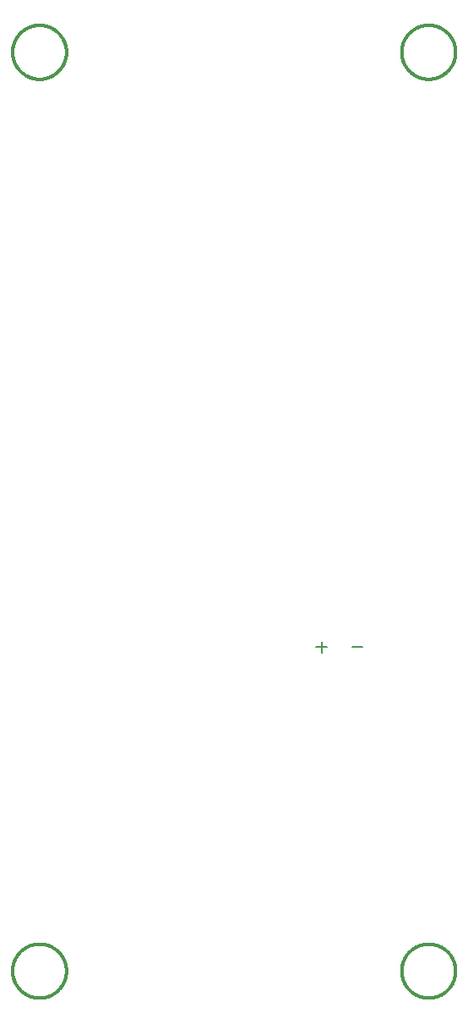
<source format=gbr>
G04 EAGLE Gerber RS-274X export*
G75*
%MOMM*%
%FSLAX34Y34*%
%LPD*%
%INSilkscreen Bottom*%
%IPPOS*%
%AMOC8*
5,1,8,0,0,1.08239X$1,22.5*%
G01*
%ADD10C,0.300000*%
%ADD11C,0.152400*%


D10*
X3000Y950000D02*
X3008Y950663D01*
X3033Y951325D01*
X3073Y951986D01*
X3130Y952646D01*
X3203Y953305D01*
X3292Y953962D01*
X3398Y954616D01*
X3519Y955267D01*
X3656Y955916D01*
X3809Y956560D01*
X3978Y957201D01*
X4163Y957838D01*
X4363Y958469D01*
X4578Y959096D01*
X4809Y959717D01*
X5055Y960332D01*
X5316Y960942D01*
X5592Y961544D01*
X5883Y962140D01*
X6188Y962728D01*
X6508Y963308D01*
X6841Y963881D01*
X7189Y964445D01*
X7550Y965000D01*
X7925Y965547D01*
X8313Y966084D01*
X8715Y966611D01*
X9129Y967129D01*
X9555Y967636D01*
X9994Y968132D01*
X10445Y968618D01*
X10908Y969092D01*
X11382Y969555D01*
X11868Y970006D01*
X12364Y970445D01*
X12871Y970871D01*
X13389Y971285D01*
X13916Y971687D01*
X14453Y972075D01*
X15000Y972450D01*
X15555Y972811D01*
X16119Y973159D01*
X16692Y973492D01*
X17272Y973812D01*
X17860Y974117D01*
X18456Y974408D01*
X19058Y974684D01*
X19668Y974945D01*
X20283Y975191D01*
X20904Y975422D01*
X21531Y975637D01*
X22162Y975837D01*
X22799Y976022D01*
X23440Y976191D01*
X24084Y976344D01*
X24733Y976481D01*
X25384Y976602D01*
X26038Y976708D01*
X26695Y976797D01*
X27354Y976870D01*
X28014Y976927D01*
X28675Y976967D01*
X29337Y976992D01*
X30000Y977000D01*
X30663Y976992D01*
X31325Y976967D01*
X31986Y976927D01*
X32646Y976870D01*
X33305Y976797D01*
X33962Y976708D01*
X34616Y976602D01*
X35267Y976481D01*
X35916Y976344D01*
X36560Y976191D01*
X37201Y976022D01*
X37838Y975837D01*
X38469Y975637D01*
X39096Y975422D01*
X39717Y975191D01*
X40332Y974945D01*
X40942Y974684D01*
X41544Y974408D01*
X42140Y974117D01*
X42728Y973812D01*
X43308Y973492D01*
X43881Y973159D01*
X44445Y972811D01*
X45000Y972450D01*
X45547Y972075D01*
X46084Y971687D01*
X46611Y971285D01*
X47129Y970871D01*
X47636Y970445D01*
X48132Y970006D01*
X48618Y969555D01*
X49092Y969092D01*
X49555Y968618D01*
X50006Y968132D01*
X50445Y967636D01*
X50871Y967129D01*
X51285Y966611D01*
X51687Y966084D01*
X52075Y965547D01*
X52450Y965000D01*
X52811Y964445D01*
X53159Y963881D01*
X53492Y963308D01*
X53812Y962728D01*
X54117Y962140D01*
X54408Y961544D01*
X54684Y960942D01*
X54945Y960332D01*
X55191Y959717D01*
X55422Y959096D01*
X55637Y958469D01*
X55837Y957838D01*
X56022Y957201D01*
X56191Y956560D01*
X56344Y955916D01*
X56481Y955267D01*
X56602Y954616D01*
X56708Y953962D01*
X56797Y953305D01*
X56870Y952646D01*
X56927Y951986D01*
X56967Y951325D01*
X56992Y950663D01*
X57000Y950000D01*
X56992Y949337D01*
X56967Y948675D01*
X56927Y948014D01*
X56870Y947354D01*
X56797Y946695D01*
X56708Y946038D01*
X56602Y945384D01*
X56481Y944733D01*
X56344Y944084D01*
X56191Y943440D01*
X56022Y942799D01*
X55837Y942162D01*
X55637Y941531D01*
X55422Y940904D01*
X55191Y940283D01*
X54945Y939668D01*
X54684Y939058D01*
X54408Y938456D01*
X54117Y937860D01*
X53812Y937272D01*
X53492Y936692D01*
X53159Y936119D01*
X52811Y935555D01*
X52450Y935000D01*
X52075Y934453D01*
X51687Y933916D01*
X51285Y933389D01*
X50871Y932871D01*
X50445Y932364D01*
X50006Y931868D01*
X49555Y931382D01*
X49092Y930908D01*
X48618Y930445D01*
X48132Y929994D01*
X47636Y929555D01*
X47129Y929129D01*
X46611Y928715D01*
X46084Y928313D01*
X45547Y927925D01*
X45000Y927550D01*
X44445Y927189D01*
X43881Y926841D01*
X43308Y926508D01*
X42728Y926188D01*
X42140Y925883D01*
X41544Y925592D01*
X40942Y925316D01*
X40332Y925055D01*
X39717Y924809D01*
X39096Y924578D01*
X38469Y924363D01*
X37838Y924163D01*
X37201Y923978D01*
X36560Y923809D01*
X35916Y923656D01*
X35267Y923519D01*
X34616Y923398D01*
X33962Y923292D01*
X33305Y923203D01*
X32646Y923130D01*
X31986Y923073D01*
X31325Y923033D01*
X30663Y923008D01*
X30000Y923000D01*
X29337Y923008D01*
X28675Y923033D01*
X28014Y923073D01*
X27354Y923130D01*
X26695Y923203D01*
X26038Y923292D01*
X25384Y923398D01*
X24733Y923519D01*
X24084Y923656D01*
X23440Y923809D01*
X22799Y923978D01*
X22162Y924163D01*
X21531Y924363D01*
X20904Y924578D01*
X20283Y924809D01*
X19668Y925055D01*
X19058Y925316D01*
X18456Y925592D01*
X17860Y925883D01*
X17272Y926188D01*
X16692Y926508D01*
X16119Y926841D01*
X15555Y927189D01*
X15000Y927550D01*
X14453Y927925D01*
X13916Y928313D01*
X13389Y928715D01*
X12871Y929129D01*
X12364Y929555D01*
X11868Y929994D01*
X11382Y930445D01*
X10908Y930908D01*
X10445Y931382D01*
X9994Y931868D01*
X9555Y932364D01*
X9129Y932871D01*
X8715Y933389D01*
X8313Y933916D01*
X7925Y934453D01*
X7550Y935000D01*
X7189Y935555D01*
X6841Y936119D01*
X6508Y936692D01*
X6188Y937272D01*
X5883Y937860D01*
X5592Y938456D01*
X5316Y939058D01*
X5055Y939668D01*
X4809Y940283D01*
X4578Y940904D01*
X4363Y941531D01*
X4163Y942162D01*
X3978Y942799D01*
X3809Y943440D01*
X3656Y944084D01*
X3519Y944733D01*
X3398Y945384D01*
X3292Y946038D01*
X3203Y946695D01*
X3130Y947354D01*
X3073Y948014D01*
X3033Y948675D01*
X3008Y949337D01*
X3000Y950000D01*
X393000Y30000D02*
X393008Y30663D01*
X393033Y31325D01*
X393073Y31986D01*
X393130Y32646D01*
X393203Y33305D01*
X393292Y33962D01*
X393398Y34616D01*
X393519Y35267D01*
X393656Y35916D01*
X393809Y36560D01*
X393978Y37201D01*
X394163Y37838D01*
X394363Y38469D01*
X394578Y39096D01*
X394809Y39717D01*
X395055Y40332D01*
X395316Y40942D01*
X395592Y41544D01*
X395883Y42140D01*
X396188Y42728D01*
X396508Y43308D01*
X396841Y43881D01*
X397189Y44445D01*
X397550Y45000D01*
X397925Y45547D01*
X398313Y46084D01*
X398715Y46611D01*
X399129Y47129D01*
X399555Y47636D01*
X399994Y48132D01*
X400445Y48618D01*
X400908Y49092D01*
X401382Y49555D01*
X401868Y50006D01*
X402364Y50445D01*
X402871Y50871D01*
X403389Y51285D01*
X403916Y51687D01*
X404453Y52075D01*
X405000Y52450D01*
X405555Y52811D01*
X406119Y53159D01*
X406692Y53492D01*
X407272Y53812D01*
X407860Y54117D01*
X408456Y54408D01*
X409058Y54684D01*
X409668Y54945D01*
X410283Y55191D01*
X410904Y55422D01*
X411531Y55637D01*
X412162Y55837D01*
X412799Y56022D01*
X413440Y56191D01*
X414084Y56344D01*
X414733Y56481D01*
X415384Y56602D01*
X416038Y56708D01*
X416695Y56797D01*
X417354Y56870D01*
X418014Y56927D01*
X418675Y56967D01*
X419337Y56992D01*
X420000Y57000D01*
X420663Y56992D01*
X421325Y56967D01*
X421986Y56927D01*
X422646Y56870D01*
X423305Y56797D01*
X423962Y56708D01*
X424616Y56602D01*
X425267Y56481D01*
X425916Y56344D01*
X426560Y56191D01*
X427201Y56022D01*
X427838Y55837D01*
X428469Y55637D01*
X429096Y55422D01*
X429717Y55191D01*
X430332Y54945D01*
X430942Y54684D01*
X431544Y54408D01*
X432140Y54117D01*
X432728Y53812D01*
X433308Y53492D01*
X433881Y53159D01*
X434445Y52811D01*
X435000Y52450D01*
X435547Y52075D01*
X436084Y51687D01*
X436611Y51285D01*
X437129Y50871D01*
X437636Y50445D01*
X438132Y50006D01*
X438618Y49555D01*
X439092Y49092D01*
X439555Y48618D01*
X440006Y48132D01*
X440445Y47636D01*
X440871Y47129D01*
X441285Y46611D01*
X441687Y46084D01*
X442075Y45547D01*
X442450Y45000D01*
X442811Y44445D01*
X443159Y43881D01*
X443492Y43308D01*
X443812Y42728D01*
X444117Y42140D01*
X444408Y41544D01*
X444684Y40942D01*
X444945Y40332D01*
X445191Y39717D01*
X445422Y39096D01*
X445637Y38469D01*
X445837Y37838D01*
X446022Y37201D01*
X446191Y36560D01*
X446344Y35916D01*
X446481Y35267D01*
X446602Y34616D01*
X446708Y33962D01*
X446797Y33305D01*
X446870Y32646D01*
X446927Y31986D01*
X446967Y31325D01*
X446992Y30663D01*
X447000Y30000D01*
X446992Y29337D01*
X446967Y28675D01*
X446927Y28014D01*
X446870Y27354D01*
X446797Y26695D01*
X446708Y26038D01*
X446602Y25384D01*
X446481Y24733D01*
X446344Y24084D01*
X446191Y23440D01*
X446022Y22799D01*
X445837Y22162D01*
X445637Y21531D01*
X445422Y20904D01*
X445191Y20283D01*
X444945Y19668D01*
X444684Y19058D01*
X444408Y18456D01*
X444117Y17860D01*
X443812Y17272D01*
X443492Y16692D01*
X443159Y16119D01*
X442811Y15555D01*
X442450Y15000D01*
X442075Y14453D01*
X441687Y13916D01*
X441285Y13389D01*
X440871Y12871D01*
X440445Y12364D01*
X440006Y11868D01*
X439555Y11382D01*
X439092Y10908D01*
X438618Y10445D01*
X438132Y9994D01*
X437636Y9555D01*
X437129Y9129D01*
X436611Y8715D01*
X436084Y8313D01*
X435547Y7925D01*
X435000Y7550D01*
X434445Y7189D01*
X433881Y6841D01*
X433308Y6508D01*
X432728Y6188D01*
X432140Y5883D01*
X431544Y5592D01*
X430942Y5316D01*
X430332Y5055D01*
X429717Y4809D01*
X429096Y4578D01*
X428469Y4363D01*
X427838Y4163D01*
X427201Y3978D01*
X426560Y3809D01*
X425916Y3656D01*
X425267Y3519D01*
X424616Y3398D01*
X423962Y3292D01*
X423305Y3203D01*
X422646Y3130D01*
X421986Y3073D01*
X421325Y3033D01*
X420663Y3008D01*
X420000Y3000D01*
X419337Y3008D01*
X418675Y3033D01*
X418014Y3073D01*
X417354Y3130D01*
X416695Y3203D01*
X416038Y3292D01*
X415384Y3398D01*
X414733Y3519D01*
X414084Y3656D01*
X413440Y3809D01*
X412799Y3978D01*
X412162Y4163D01*
X411531Y4363D01*
X410904Y4578D01*
X410283Y4809D01*
X409668Y5055D01*
X409058Y5316D01*
X408456Y5592D01*
X407860Y5883D01*
X407272Y6188D01*
X406692Y6508D01*
X406119Y6841D01*
X405555Y7189D01*
X405000Y7550D01*
X404453Y7925D01*
X403916Y8313D01*
X403389Y8715D01*
X402871Y9129D01*
X402364Y9555D01*
X401868Y9994D01*
X401382Y10445D01*
X400908Y10908D01*
X400445Y11382D01*
X399994Y11868D01*
X399555Y12364D01*
X399129Y12871D01*
X398715Y13389D01*
X398313Y13916D01*
X397925Y14453D01*
X397550Y15000D01*
X397189Y15555D01*
X396841Y16119D01*
X396508Y16692D01*
X396188Y17272D01*
X395883Y17860D01*
X395592Y18456D01*
X395316Y19058D01*
X395055Y19668D01*
X394809Y20283D01*
X394578Y20904D01*
X394363Y21531D01*
X394163Y22162D01*
X393978Y22799D01*
X393809Y23440D01*
X393656Y24084D01*
X393519Y24733D01*
X393398Y25384D01*
X393292Y26038D01*
X393203Y26695D01*
X393130Y27354D01*
X393073Y28014D01*
X393033Y28675D01*
X393008Y29337D01*
X393000Y30000D01*
X3000Y30000D02*
X3008Y30663D01*
X3033Y31325D01*
X3073Y31986D01*
X3130Y32646D01*
X3203Y33305D01*
X3292Y33962D01*
X3398Y34616D01*
X3519Y35267D01*
X3656Y35916D01*
X3809Y36560D01*
X3978Y37201D01*
X4163Y37838D01*
X4363Y38469D01*
X4578Y39096D01*
X4809Y39717D01*
X5055Y40332D01*
X5316Y40942D01*
X5592Y41544D01*
X5883Y42140D01*
X6188Y42728D01*
X6508Y43308D01*
X6841Y43881D01*
X7189Y44445D01*
X7550Y45000D01*
X7925Y45547D01*
X8313Y46084D01*
X8715Y46611D01*
X9129Y47129D01*
X9555Y47636D01*
X9994Y48132D01*
X10445Y48618D01*
X10908Y49092D01*
X11382Y49555D01*
X11868Y50006D01*
X12364Y50445D01*
X12871Y50871D01*
X13389Y51285D01*
X13916Y51687D01*
X14453Y52075D01*
X15000Y52450D01*
X15555Y52811D01*
X16119Y53159D01*
X16692Y53492D01*
X17272Y53812D01*
X17860Y54117D01*
X18456Y54408D01*
X19058Y54684D01*
X19668Y54945D01*
X20283Y55191D01*
X20904Y55422D01*
X21531Y55637D01*
X22162Y55837D01*
X22799Y56022D01*
X23440Y56191D01*
X24084Y56344D01*
X24733Y56481D01*
X25384Y56602D01*
X26038Y56708D01*
X26695Y56797D01*
X27354Y56870D01*
X28014Y56927D01*
X28675Y56967D01*
X29337Y56992D01*
X30000Y57000D01*
X30663Y56992D01*
X31325Y56967D01*
X31986Y56927D01*
X32646Y56870D01*
X33305Y56797D01*
X33962Y56708D01*
X34616Y56602D01*
X35267Y56481D01*
X35916Y56344D01*
X36560Y56191D01*
X37201Y56022D01*
X37838Y55837D01*
X38469Y55637D01*
X39096Y55422D01*
X39717Y55191D01*
X40332Y54945D01*
X40942Y54684D01*
X41544Y54408D01*
X42140Y54117D01*
X42728Y53812D01*
X43308Y53492D01*
X43881Y53159D01*
X44445Y52811D01*
X45000Y52450D01*
X45547Y52075D01*
X46084Y51687D01*
X46611Y51285D01*
X47129Y50871D01*
X47636Y50445D01*
X48132Y50006D01*
X48618Y49555D01*
X49092Y49092D01*
X49555Y48618D01*
X50006Y48132D01*
X50445Y47636D01*
X50871Y47129D01*
X51285Y46611D01*
X51687Y46084D01*
X52075Y45547D01*
X52450Y45000D01*
X52811Y44445D01*
X53159Y43881D01*
X53492Y43308D01*
X53812Y42728D01*
X54117Y42140D01*
X54408Y41544D01*
X54684Y40942D01*
X54945Y40332D01*
X55191Y39717D01*
X55422Y39096D01*
X55637Y38469D01*
X55837Y37838D01*
X56022Y37201D01*
X56191Y36560D01*
X56344Y35916D01*
X56481Y35267D01*
X56602Y34616D01*
X56708Y33962D01*
X56797Y33305D01*
X56870Y32646D01*
X56927Y31986D01*
X56967Y31325D01*
X56992Y30663D01*
X57000Y30000D01*
X56992Y29337D01*
X56967Y28675D01*
X56927Y28014D01*
X56870Y27354D01*
X56797Y26695D01*
X56708Y26038D01*
X56602Y25384D01*
X56481Y24733D01*
X56344Y24084D01*
X56191Y23440D01*
X56022Y22799D01*
X55837Y22162D01*
X55637Y21531D01*
X55422Y20904D01*
X55191Y20283D01*
X54945Y19668D01*
X54684Y19058D01*
X54408Y18456D01*
X54117Y17860D01*
X53812Y17272D01*
X53492Y16692D01*
X53159Y16119D01*
X52811Y15555D01*
X52450Y15000D01*
X52075Y14453D01*
X51687Y13916D01*
X51285Y13389D01*
X50871Y12871D01*
X50445Y12364D01*
X50006Y11868D01*
X49555Y11382D01*
X49092Y10908D01*
X48618Y10445D01*
X48132Y9994D01*
X47636Y9555D01*
X47129Y9129D01*
X46611Y8715D01*
X46084Y8313D01*
X45547Y7925D01*
X45000Y7550D01*
X44445Y7189D01*
X43881Y6841D01*
X43308Y6508D01*
X42728Y6188D01*
X42140Y5883D01*
X41544Y5592D01*
X40942Y5316D01*
X40332Y5055D01*
X39717Y4809D01*
X39096Y4578D01*
X38469Y4363D01*
X37838Y4163D01*
X37201Y3978D01*
X36560Y3809D01*
X35916Y3656D01*
X35267Y3519D01*
X34616Y3398D01*
X33962Y3292D01*
X33305Y3203D01*
X32646Y3130D01*
X31986Y3073D01*
X31325Y3033D01*
X30663Y3008D01*
X30000Y3000D01*
X29337Y3008D01*
X28675Y3033D01*
X28014Y3073D01*
X27354Y3130D01*
X26695Y3203D01*
X26038Y3292D01*
X25384Y3398D01*
X24733Y3519D01*
X24084Y3656D01*
X23440Y3809D01*
X22799Y3978D01*
X22162Y4163D01*
X21531Y4363D01*
X20904Y4578D01*
X20283Y4809D01*
X19668Y5055D01*
X19058Y5316D01*
X18456Y5592D01*
X17860Y5883D01*
X17272Y6188D01*
X16692Y6508D01*
X16119Y6841D01*
X15555Y7189D01*
X15000Y7550D01*
X14453Y7925D01*
X13916Y8313D01*
X13389Y8715D01*
X12871Y9129D01*
X12364Y9555D01*
X11868Y9994D01*
X11382Y10445D01*
X10908Y10908D01*
X10445Y11382D01*
X9994Y11868D01*
X9555Y12364D01*
X9129Y12871D01*
X8715Y13389D01*
X8313Y13916D01*
X7925Y14453D01*
X7550Y15000D01*
X7189Y15555D01*
X6841Y16119D01*
X6508Y16692D01*
X6188Y17272D01*
X5883Y17860D01*
X5592Y18456D01*
X5316Y19058D01*
X5055Y19668D01*
X4809Y20283D01*
X4578Y20904D01*
X4363Y21531D01*
X4163Y22162D01*
X3978Y22799D01*
X3809Y23440D01*
X3656Y24084D01*
X3519Y24733D01*
X3398Y25384D01*
X3292Y26038D01*
X3203Y26695D01*
X3130Y27354D01*
X3073Y28014D01*
X3033Y28675D01*
X3008Y29337D01*
X3000Y30000D01*
X393000Y950000D02*
X393008Y950663D01*
X393033Y951325D01*
X393073Y951986D01*
X393130Y952646D01*
X393203Y953305D01*
X393292Y953962D01*
X393398Y954616D01*
X393519Y955267D01*
X393656Y955916D01*
X393809Y956560D01*
X393978Y957201D01*
X394163Y957838D01*
X394363Y958469D01*
X394578Y959096D01*
X394809Y959717D01*
X395055Y960332D01*
X395316Y960942D01*
X395592Y961544D01*
X395883Y962140D01*
X396188Y962728D01*
X396508Y963308D01*
X396841Y963881D01*
X397189Y964445D01*
X397550Y965000D01*
X397925Y965547D01*
X398313Y966084D01*
X398715Y966611D01*
X399129Y967129D01*
X399555Y967636D01*
X399994Y968132D01*
X400445Y968618D01*
X400908Y969092D01*
X401382Y969555D01*
X401868Y970006D01*
X402364Y970445D01*
X402871Y970871D01*
X403389Y971285D01*
X403916Y971687D01*
X404453Y972075D01*
X405000Y972450D01*
X405555Y972811D01*
X406119Y973159D01*
X406692Y973492D01*
X407272Y973812D01*
X407860Y974117D01*
X408456Y974408D01*
X409058Y974684D01*
X409668Y974945D01*
X410283Y975191D01*
X410904Y975422D01*
X411531Y975637D01*
X412162Y975837D01*
X412799Y976022D01*
X413440Y976191D01*
X414084Y976344D01*
X414733Y976481D01*
X415384Y976602D01*
X416038Y976708D01*
X416695Y976797D01*
X417354Y976870D01*
X418014Y976927D01*
X418675Y976967D01*
X419337Y976992D01*
X420000Y977000D01*
X420663Y976992D01*
X421325Y976967D01*
X421986Y976927D01*
X422646Y976870D01*
X423305Y976797D01*
X423962Y976708D01*
X424616Y976602D01*
X425267Y976481D01*
X425916Y976344D01*
X426560Y976191D01*
X427201Y976022D01*
X427838Y975837D01*
X428469Y975637D01*
X429096Y975422D01*
X429717Y975191D01*
X430332Y974945D01*
X430942Y974684D01*
X431544Y974408D01*
X432140Y974117D01*
X432728Y973812D01*
X433308Y973492D01*
X433881Y973159D01*
X434445Y972811D01*
X435000Y972450D01*
X435547Y972075D01*
X436084Y971687D01*
X436611Y971285D01*
X437129Y970871D01*
X437636Y970445D01*
X438132Y970006D01*
X438618Y969555D01*
X439092Y969092D01*
X439555Y968618D01*
X440006Y968132D01*
X440445Y967636D01*
X440871Y967129D01*
X441285Y966611D01*
X441687Y966084D01*
X442075Y965547D01*
X442450Y965000D01*
X442811Y964445D01*
X443159Y963881D01*
X443492Y963308D01*
X443812Y962728D01*
X444117Y962140D01*
X444408Y961544D01*
X444684Y960942D01*
X444945Y960332D01*
X445191Y959717D01*
X445422Y959096D01*
X445637Y958469D01*
X445837Y957838D01*
X446022Y957201D01*
X446191Y956560D01*
X446344Y955916D01*
X446481Y955267D01*
X446602Y954616D01*
X446708Y953962D01*
X446797Y953305D01*
X446870Y952646D01*
X446927Y951986D01*
X446967Y951325D01*
X446992Y950663D01*
X447000Y950000D01*
X446992Y949337D01*
X446967Y948675D01*
X446927Y948014D01*
X446870Y947354D01*
X446797Y946695D01*
X446708Y946038D01*
X446602Y945384D01*
X446481Y944733D01*
X446344Y944084D01*
X446191Y943440D01*
X446022Y942799D01*
X445837Y942162D01*
X445637Y941531D01*
X445422Y940904D01*
X445191Y940283D01*
X444945Y939668D01*
X444684Y939058D01*
X444408Y938456D01*
X444117Y937860D01*
X443812Y937272D01*
X443492Y936692D01*
X443159Y936119D01*
X442811Y935555D01*
X442450Y935000D01*
X442075Y934453D01*
X441687Y933916D01*
X441285Y933389D01*
X440871Y932871D01*
X440445Y932364D01*
X440006Y931868D01*
X439555Y931382D01*
X439092Y930908D01*
X438618Y930445D01*
X438132Y929994D01*
X437636Y929555D01*
X437129Y929129D01*
X436611Y928715D01*
X436084Y928313D01*
X435547Y927925D01*
X435000Y927550D01*
X434445Y927189D01*
X433881Y926841D01*
X433308Y926508D01*
X432728Y926188D01*
X432140Y925883D01*
X431544Y925592D01*
X430942Y925316D01*
X430332Y925055D01*
X429717Y924809D01*
X429096Y924578D01*
X428469Y924363D01*
X427838Y924163D01*
X427201Y923978D01*
X426560Y923809D01*
X425916Y923656D01*
X425267Y923519D01*
X424616Y923398D01*
X423962Y923292D01*
X423305Y923203D01*
X422646Y923130D01*
X421986Y923073D01*
X421325Y923033D01*
X420663Y923008D01*
X420000Y923000D01*
X419337Y923008D01*
X418675Y923033D01*
X418014Y923073D01*
X417354Y923130D01*
X416695Y923203D01*
X416038Y923292D01*
X415384Y923398D01*
X414733Y923519D01*
X414084Y923656D01*
X413440Y923809D01*
X412799Y923978D01*
X412162Y924163D01*
X411531Y924363D01*
X410904Y924578D01*
X410283Y924809D01*
X409668Y925055D01*
X409058Y925316D01*
X408456Y925592D01*
X407860Y925883D01*
X407272Y926188D01*
X406692Y926508D01*
X406119Y926841D01*
X405555Y927189D01*
X405000Y927550D01*
X404453Y927925D01*
X403916Y928313D01*
X403389Y928715D01*
X402871Y929129D01*
X402364Y929555D01*
X401868Y929994D01*
X401382Y930445D01*
X400908Y930908D01*
X400445Y931382D01*
X399994Y931868D01*
X399555Y932364D01*
X399129Y932871D01*
X398715Y933389D01*
X398313Y933916D01*
X397925Y934453D01*
X397550Y935000D01*
X397189Y935555D01*
X396841Y936119D01*
X396508Y936692D01*
X396188Y937272D01*
X395883Y937860D01*
X395592Y938456D01*
X395316Y939058D01*
X395055Y939668D01*
X394809Y940283D01*
X394578Y940904D01*
X394363Y941531D01*
X394163Y942162D01*
X393978Y942799D01*
X393809Y943440D01*
X393656Y944084D01*
X393519Y944733D01*
X393398Y945384D01*
X393292Y946038D01*
X393203Y946695D01*
X393130Y947354D01*
X393073Y948014D01*
X393033Y948675D01*
X393008Y949337D01*
X393000Y950000D01*
D11*
X318038Y354484D02*
X307201Y354484D01*
X312619Y349065D02*
X312619Y359902D01*
X343001Y354584D02*
X353838Y354584D01*
M02*

</source>
